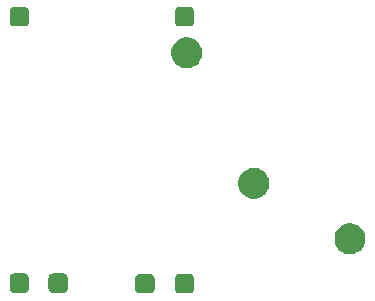
<source format=gbs>
G04 #@! TF.GenerationSoftware,KiCad,Pcbnew,(5.1.5)-3*
G04 #@! TF.CreationDate,2020-07-28T19:33:27-07:00*
G04 #@! TF.ProjectId,Main Board,4d61696e-2042-46f6-9172-642e6b696361,rev?*
G04 #@! TF.SameCoordinates,Original*
G04 #@! TF.FileFunction,Soldermask,Bot*
G04 #@! TF.FilePolarity,Negative*
%FSLAX46Y46*%
G04 Gerber Fmt 4.6, Leading zero omitted, Abs format (unit mm)*
G04 Created by KiCad (PCBNEW (5.1.5)-3) date 2020-07-28 19:33:27*
%MOMM*%
%LPD*%
G04 APERTURE LIST*
%ADD10C,0.100000*%
G04 APERTURE END LIST*
D10*
G36*
X145235993Y-107394203D02*
G01*
X145300411Y-107413744D01*
X145359781Y-107445478D01*
X145411817Y-107488183D01*
X145454522Y-107540219D01*
X145486256Y-107599589D01*
X145505797Y-107664007D01*
X145513000Y-107737140D01*
X145513000Y-108662860D01*
X145505797Y-108735993D01*
X145486256Y-108800411D01*
X145454522Y-108859781D01*
X145411817Y-108911817D01*
X145359781Y-108954522D01*
X145300411Y-108986256D01*
X145235993Y-109005797D01*
X145162860Y-109013000D01*
X144237140Y-109013000D01*
X144164007Y-109005797D01*
X144099589Y-108986256D01*
X144040219Y-108954522D01*
X143988183Y-108911817D01*
X143945478Y-108859781D01*
X143913744Y-108800411D01*
X143894203Y-108735993D01*
X143887000Y-108662860D01*
X143887000Y-107737140D01*
X143894203Y-107664007D01*
X143913744Y-107599589D01*
X143945478Y-107540219D01*
X143988183Y-107488183D01*
X144040219Y-107445478D01*
X144099589Y-107413744D01*
X144164007Y-107394203D01*
X144237140Y-107387000D01*
X145162860Y-107387000D01*
X145235993Y-107394203D01*
G37*
G36*
X148585993Y-107394203D02*
G01*
X148650411Y-107413744D01*
X148709781Y-107445478D01*
X148761817Y-107488183D01*
X148804522Y-107540219D01*
X148836256Y-107599589D01*
X148855797Y-107664007D01*
X148863000Y-107737140D01*
X148863000Y-108662860D01*
X148855797Y-108735993D01*
X148836256Y-108800411D01*
X148804522Y-108859781D01*
X148761817Y-108911817D01*
X148709781Y-108954522D01*
X148650411Y-108986256D01*
X148585993Y-109005797D01*
X148512860Y-109013000D01*
X147587140Y-109013000D01*
X147514007Y-109005797D01*
X147449589Y-108986256D01*
X147390219Y-108954522D01*
X147338183Y-108911817D01*
X147295478Y-108859781D01*
X147263744Y-108800411D01*
X147244203Y-108735993D01*
X147237000Y-108662860D01*
X147237000Y-107737140D01*
X147244203Y-107664007D01*
X147263744Y-107599589D01*
X147295478Y-107540219D01*
X147338183Y-107488183D01*
X147390219Y-107445478D01*
X147449589Y-107413744D01*
X147514007Y-107394203D01*
X147587140Y-107387000D01*
X148512860Y-107387000D01*
X148585993Y-107394203D01*
G37*
G36*
X134585993Y-107344203D02*
G01*
X134650411Y-107363744D01*
X134709781Y-107395478D01*
X134761817Y-107438183D01*
X134804522Y-107490219D01*
X134836256Y-107549589D01*
X134855797Y-107614007D01*
X134863000Y-107687140D01*
X134863000Y-108612860D01*
X134855797Y-108685993D01*
X134836256Y-108750411D01*
X134804522Y-108809781D01*
X134761817Y-108861817D01*
X134709781Y-108904522D01*
X134650411Y-108936256D01*
X134585993Y-108955797D01*
X134512860Y-108963000D01*
X133587140Y-108963000D01*
X133514007Y-108955797D01*
X133449589Y-108936256D01*
X133390219Y-108904522D01*
X133338183Y-108861817D01*
X133295478Y-108809781D01*
X133263744Y-108750411D01*
X133244203Y-108685993D01*
X133237000Y-108612860D01*
X133237000Y-107687140D01*
X133244203Y-107614007D01*
X133263744Y-107549589D01*
X133295478Y-107490219D01*
X133338183Y-107438183D01*
X133390219Y-107395478D01*
X133449589Y-107363744D01*
X133514007Y-107344203D01*
X133587140Y-107337000D01*
X134512860Y-107337000D01*
X134585993Y-107344203D01*
G37*
G36*
X137885993Y-107344203D02*
G01*
X137950411Y-107363744D01*
X138009781Y-107395478D01*
X138061817Y-107438183D01*
X138104522Y-107490219D01*
X138136256Y-107549589D01*
X138155797Y-107614007D01*
X138163000Y-107687140D01*
X138163000Y-108612860D01*
X138155797Y-108685993D01*
X138136256Y-108750411D01*
X138104522Y-108809781D01*
X138061817Y-108861817D01*
X138009781Y-108904522D01*
X137950411Y-108936256D01*
X137885993Y-108955797D01*
X137812860Y-108963000D01*
X136887140Y-108963000D01*
X136814007Y-108955797D01*
X136749589Y-108936256D01*
X136690219Y-108904522D01*
X136638183Y-108861817D01*
X136595478Y-108809781D01*
X136563744Y-108750411D01*
X136544203Y-108685993D01*
X136537000Y-108612860D01*
X136537000Y-107687140D01*
X136544203Y-107614007D01*
X136563744Y-107549589D01*
X136595478Y-107490219D01*
X136638183Y-107438183D01*
X136690219Y-107395478D01*
X136749589Y-107363744D01*
X136814007Y-107344203D01*
X136887140Y-107337000D01*
X137812860Y-107337000D01*
X137885993Y-107344203D01*
G37*
G36*
X162439487Y-103148996D02*
G01*
X162676253Y-103247068D01*
X162676255Y-103247069D01*
X162889339Y-103389447D01*
X163070553Y-103570661D01*
X163212932Y-103783747D01*
X163311004Y-104020513D01*
X163361000Y-104271861D01*
X163361000Y-104528139D01*
X163311004Y-104779487D01*
X163212932Y-105016253D01*
X163212931Y-105016255D01*
X163070553Y-105229339D01*
X162889339Y-105410553D01*
X162676255Y-105552931D01*
X162676254Y-105552932D01*
X162676253Y-105552932D01*
X162439487Y-105651004D01*
X162188139Y-105701000D01*
X161931861Y-105701000D01*
X161680513Y-105651004D01*
X161443747Y-105552932D01*
X161443746Y-105552932D01*
X161443745Y-105552931D01*
X161230661Y-105410553D01*
X161049447Y-105229339D01*
X160907069Y-105016255D01*
X160907068Y-105016253D01*
X160808996Y-104779487D01*
X160759000Y-104528139D01*
X160759000Y-104271861D01*
X160808996Y-104020513D01*
X160907068Y-103783747D01*
X161049447Y-103570661D01*
X161230661Y-103389447D01*
X161443745Y-103247069D01*
X161443747Y-103247068D01*
X161680513Y-103148996D01*
X161931861Y-103099000D01*
X162188139Y-103099000D01*
X162439487Y-103148996D01*
G37*
G36*
X154299487Y-98448996D02*
G01*
X154536253Y-98547068D01*
X154536255Y-98547069D01*
X154749339Y-98689447D01*
X154930553Y-98870661D01*
X155072932Y-99083747D01*
X155171004Y-99320513D01*
X155221000Y-99571861D01*
X155221000Y-99828139D01*
X155171004Y-100079487D01*
X155072932Y-100316253D01*
X155072931Y-100316255D01*
X154930553Y-100529339D01*
X154749339Y-100710553D01*
X154536255Y-100852931D01*
X154536254Y-100852932D01*
X154536253Y-100852932D01*
X154299487Y-100951004D01*
X154048139Y-101001000D01*
X153791861Y-101001000D01*
X153540513Y-100951004D01*
X153303747Y-100852932D01*
X153303746Y-100852932D01*
X153303745Y-100852931D01*
X153090661Y-100710553D01*
X152909447Y-100529339D01*
X152767069Y-100316255D01*
X152767068Y-100316253D01*
X152668996Y-100079487D01*
X152619000Y-99828139D01*
X152619000Y-99571861D01*
X152668996Y-99320513D01*
X152767068Y-99083747D01*
X152909447Y-98870661D01*
X153090661Y-98689447D01*
X153303745Y-98547069D01*
X153303747Y-98547068D01*
X153540513Y-98448996D01*
X153791861Y-98399000D01*
X154048139Y-98399000D01*
X154299487Y-98448996D01*
G37*
G36*
X148629487Y-87408996D02*
G01*
X148866253Y-87507068D01*
X148866255Y-87507069D01*
X149079339Y-87649447D01*
X149260553Y-87830661D01*
X149402932Y-88043747D01*
X149501004Y-88280513D01*
X149551000Y-88531861D01*
X149551000Y-88788139D01*
X149501004Y-89039487D01*
X149402932Y-89276253D01*
X149402931Y-89276255D01*
X149260553Y-89489339D01*
X149079339Y-89670553D01*
X148866255Y-89812931D01*
X148866254Y-89812932D01*
X148866253Y-89812932D01*
X148629487Y-89911004D01*
X148378139Y-89961000D01*
X148121861Y-89961000D01*
X147870513Y-89911004D01*
X147633747Y-89812932D01*
X147633746Y-89812932D01*
X147633745Y-89812931D01*
X147420661Y-89670553D01*
X147239447Y-89489339D01*
X147097069Y-89276255D01*
X147097068Y-89276253D01*
X146998996Y-89039487D01*
X146949000Y-88788139D01*
X146949000Y-88531861D01*
X146998996Y-88280513D01*
X147097068Y-88043747D01*
X147239447Y-87830661D01*
X147420661Y-87649447D01*
X147633745Y-87507069D01*
X147633747Y-87507068D01*
X147870513Y-87408996D01*
X148121861Y-87359000D01*
X148378139Y-87359000D01*
X148629487Y-87408996D01*
G37*
G36*
X148585993Y-84794203D02*
G01*
X148650411Y-84813744D01*
X148709781Y-84845478D01*
X148761817Y-84888183D01*
X148804522Y-84940219D01*
X148836256Y-84999589D01*
X148855797Y-85064007D01*
X148863000Y-85137140D01*
X148863000Y-86062860D01*
X148855797Y-86135993D01*
X148836256Y-86200411D01*
X148804522Y-86259781D01*
X148761817Y-86311817D01*
X148709781Y-86354522D01*
X148650411Y-86386256D01*
X148585993Y-86405797D01*
X148512860Y-86413000D01*
X147587140Y-86413000D01*
X147514007Y-86405797D01*
X147449589Y-86386256D01*
X147390219Y-86354522D01*
X147338183Y-86311817D01*
X147295478Y-86259781D01*
X147263744Y-86200411D01*
X147244203Y-86135993D01*
X147237000Y-86062860D01*
X147237000Y-85137140D01*
X147244203Y-85064007D01*
X147263744Y-84999589D01*
X147295478Y-84940219D01*
X147338183Y-84888183D01*
X147390219Y-84845478D01*
X147449589Y-84813744D01*
X147514007Y-84794203D01*
X147587140Y-84787000D01*
X148512860Y-84787000D01*
X148585993Y-84794203D01*
G37*
G36*
X134585993Y-84794203D02*
G01*
X134650411Y-84813744D01*
X134709781Y-84845478D01*
X134761817Y-84888183D01*
X134804522Y-84940219D01*
X134836256Y-84999589D01*
X134855797Y-85064007D01*
X134863000Y-85137140D01*
X134863000Y-86062860D01*
X134855797Y-86135993D01*
X134836256Y-86200411D01*
X134804522Y-86259781D01*
X134761817Y-86311817D01*
X134709781Y-86354522D01*
X134650411Y-86386256D01*
X134585993Y-86405797D01*
X134512860Y-86413000D01*
X133587140Y-86413000D01*
X133514007Y-86405797D01*
X133449589Y-86386256D01*
X133390219Y-86354522D01*
X133338183Y-86311817D01*
X133295478Y-86259781D01*
X133263744Y-86200411D01*
X133244203Y-86135993D01*
X133237000Y-86062860D01*
X133237000Y-85137140D01*
X133244203Y-85064007D01*
X133263744Y-84999589D01*
X133295478Y-84940219D01*
X133338183Y-84888183D01*
X133390219Y-84845478D01*
X133449589Y-84813744D01*
X133514007Y-84794203D01*
X133587140Y-84787000D01*
X134512860Y-84787000D01*
X134585993Y-84794203D01*
G37*
M02*

</source>
